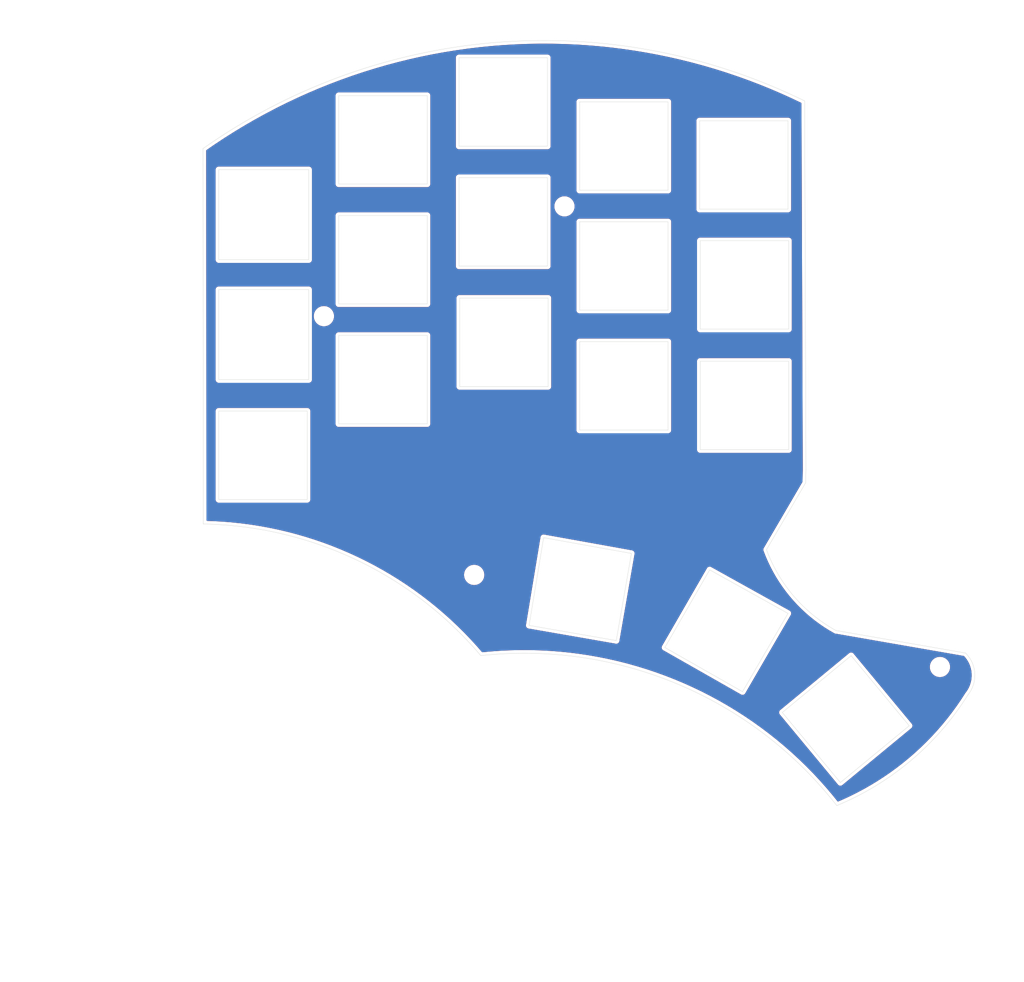
<source format=kicad_pcb>
(kicad_pcb (version 20211014) (generator pcbnew)
  (layers (0 "F.Cu" signal) (31 "B.Cu" signal) (34 "B.Paste" user) (35 "F.Paste" user) (36 "B.SilkS" user "B.Silkscreen") (37 "F.SilkS" user "F.Silkscreen") (38 "B.Mask" user) (39 "F.Mask" user) (44 "Edge.Cuts" user))
  (net 0 "")
  (footprint "MountingHole:MountingHole_2.2mm_M2" (layer "F.Cu") (at 194.46875 141.2875)
    (fp_text reference " " (at 0 -3.2) (layer "F.SilkS"))
    (fp_text value "MountingHole_2.2mm_M2")
    (pad "" np_thru_hole circle locked (at 0 0) (size 2.2 2.2) (drill 2.2) (layers *.Cu *.Mask))
  )
  (footprint "MountingHole:MountingHole_2.2mm_M2" (layer "F.Cu") (at 135 68.3)
    (fp_text reference " " (at 0 -3.2) (layer "F.SilkS"))
    (fp_text value "MountingHole_2.2mm_M2")
    (pad "" np_thru_hole circle locked (at 0 0) (size 2.2 2.2) (drill 2.2) (layers *.Cu *.Mask))
  )
  (footprint "MountingHole:MountingHole_2.2mm_M2" (layer "F.Cu") (at 120.7 126.7)
    (fp_text reference " " (at 0 -3.2) (layer "F.SilkS"))
    (fp_text value "MountingHole_2.2mm_M2")
    (pad "" np_thru_hole circle locked (at 0 0) (size 2.2 2.2) (drill 2.2) (layers *.Cu *.Mask))
  )
  (footprint "MountingHole:MountingHole_2.2mm_M2" (layer "F.Cu") (at 96.9 85.7)
    (fp_text reference " " (at 0 -3.2) (layer "F.SilkS"))
    (fp_text value "MountingHole_2.2mm_M2")
    (pad "" np_thru_hole circle locked (at 0 0) (size 2.2 2.2) (drill 2.2) (layers *.Cu *.Mask))
  )
  (gr_line (start 80.25 76.75) (end 80.25 62.5) (layer "Edge.Cuts") (width 0.05))
  (gr_line (start 80.25 95.75) (end 80.25 81.5) (layer "Edge.Cuts") (width 0.05))
  (gr_line (start 94.5 95.75) (end 94.25 95.75) (layer "Edge.Cuts") (width 0.05))
  (gr_line (start 80.25 114.75) (end 80.25 100.75) (layer "Edge.Cuts") (width 0.05))
  (gr_line (start 80.25 100.75) (end 94.25 100.75) (layer "Edge.Cuts") (width 0.05))
  (gr_line (start 94.25 100.75) (end 94.25 114.75) (layer "Edge.Cuts") (width 0.05))
  (gr_line (start 94.25 114.75) (end 80.25 114.75) (layer "Edge.Cuts") (width 0.05))
  (gr_line (start 170.5 106.85) (end 156.5 106.85) (layer "Edge.Cuts") (width 0.05))
  (gr_line (start 156.5 106.85) (end 156.5 92.85) (layer "Edge.Cuts") (width 0.05))
  (gr_line (start 170.5 92.85) (end 170.5 106.85) (layer "Edge.Cuts") (width 0.05))
  (gr_line (start 156.5 92.85) (end 170.5 92.85) (layer "Edge.Cuts") (width 0.05))
  (gr_line (start 129.4 134.7) (end 143.2 137.1) (layer "Edge.Cuts") (width 0.05))
  (gr_line (start 167 122.7) (end 173.2 112.1) (layer "Edge.Cuts") (width 0.05))
  (gr_line (start 169.5 148.5) (end 178.7 159.6) (layer "Edge.Cuts") (width 0.05))
  (gr_line (start 169.5 148.5) (end 180.4 139.5) (layer "Edge.Cuts") (width 0.05))
  (gr_line (start 173.25 110) (end 173.2 112.1) (layer "Edge.Cuts") (width 0.05))
  (gr_line (start 118.4 96.85) (end 118.4 82.85) (layer "Edge.Cuts") (width 0.05))
  (gr_line (start 180.4 139.5) (end 189.6 150.6) (layer "Edge.Cuts") (width 0.05))
  (gr_line (start 113.25 88.75) (end 113.25 102.75) (layer "Edge.Cuts") (width 0.05))
  (gr_line (start 80.25 81.5) (end 94.25 81.5) (layer "Edge.Cuts") (width 0.05))
  (gr_line (start 143.2 137.1) (end 145.6 123.3) (layer "Edge.Cuts") (width 0.05))
  (gr_line (start 151.4 51.75) (end 151.4 65.75) (layer "Edge.Cuts") (width 0.05))
  (gr_line (start 94.5 81.5) (end 94.5 95.75) (layer "Edge.Cuts") (width 0.05))
  (gr_line (start 156.4 54.75) (end 170.4 54.75) (layer "Edge.Cuts") (width 0.05))
  (gr_line (start 163.2 145.2) (end 170.4 132.8) (layer "Edge.Cuts") (width 0.05))
  (gr_line (start 99.25 69.75) (end 113.25 69.75) (layer "Edge.Cuts") (width 0.05))
  (gr_line (start 132.4 82.85) (end 132.4 96.85) (layer "Edge.Cuts") (width 0.05))
  (gr_line (start 99.25 83.75) (end 99.25 69.75) (layer "Edge.Cuts") (width 0.05))
  (gr_arc (start 77.794796 118.63649) (mid 102.027063 124.312494) (end 121.749255 139.493235) (layer "Edge.Cuts") (width 0.05))
  (gr_line (start 151.4 70.75) (end 151.4 84.75) (layer "Edge.Cuts") (width 0.05))
  (gr_line (start 118.3 58.75) (end 118.3 44.75) (layer "Edge.Cuts") (width 0.05))
  (gr_line (start 151.4 89.75) (end 151.4 103.75) (layer "Edge.Cuts") (width 0.05))
  (gr_line (start 113.25 69.75) (end 113.25 83.75) (layer "Edge.Cuts") (width 0.05))
  (gr_line (start 156.5 73.75) (end 170.5 73.75) (layer "Edge.Cuts") (width 0.05))
  (gr_line (start 113.25 83.75) (end 99.25 83.75) (layer "Edge.Cuts") (width 0.05))
  (gr_line (start 113.25 64.75) (end 99.25 64.75) (layer "Edge.Cuts") (width 0.05))
  (gr_line (start 137.4 65.75) (end 137.4 51.75) (layer "Edge.Cuts") (width 0.05))
  (gr_line (start 94.5 62.5) (end 94.5 76.75) (layer "Edge.Cuts") (width 0.05))
  (gr_line (start 145.6 123.3) (end 131.7 120.8) (layer "Edge.Cuts") (width 0.05))
  (gr_line (start 151.4 84.75) (end 137.4 84.75) (layer "Edge.Cuts") (width 0.05))
  (gr_line (start 132.3 44.75) (end 132.3 58.75) (layer "Edge.Cuts") (width 0.05))
  (gr_arc (start 177.99226 135.506075) (mid 171.342591 130.093193) (end 167 122.7) (layer "Edge.Cuts") (width 0.05))
  (gr_line (start 132.3 77.75) (end 118.3 77.75) (layer "Edge.Cuts") (width 0.05))
  (gr_line (start 137.4 89.75) (end 151.4 89.75) (layer "Edge.Cuts") (width 0.05))
  (gr_line (start 113.25 50.75) (end 113.25 64.75) (layer "Edge.Cuts") (width 0.05))
  (gr_line (start 137.4 70.75) (end 151.4 70.75) (layer "Edge.Cuts") (width 0.05))
  (gr_line (start 77.749541 59.145712) (end 77.794796 118.63649) (layer "Edge.Cuts") (width 0.05))
  (gr_line (start 158 125.9) (end 150.9 138.2) (layer "Edge.Cuts") (width 0.05))
  (gr_line (start 163.2 145.2) (end 150.9 138.2) (layer "Edge.Cuts") (width 0.05))
  (gr_arc (start 198.521567 139.078078) (mid 199.990622 142.316967) (end 198.906839 145.704287) (layer "Edge.Cuts") (width 0.05))
  (gr_line (start 198.521567 139.078078) (end 177.99226 135.506075) (layer "Edge.Cuts") (width 0.05))
  (gr_line (start 113.25 102.75) (end 99.25 102.75) (layer "Edge.Cuts") (width 0.05))
  (gr_arc (start 198.906839 145.704287) (mid 189.88668 156.099484) (end 178.128606 163.252882) (layer "Edge.Cuts") (width 0.05))
  (gr_line (start 99.25 50.75) (end 113.25 50.75) (layer "Edge.Cuts") (width 0.05))
  (gr_line (start 137.4 84.75) (end 137.4 70.75) (layer "Edge.Cuts") (width 0.05))
  (gr_arc (start 77.749541 59.145712) (mid 124.358316 42.307899) (end 173.037499 51.593751) (layer "Edge.Cuts") (width 0.05))
  (gr_line (start 137.4 51.75) (end 151.4 51.75) (layer "Edge.Cuts") (width 0.05))
  (gr_line (start 170.4 54.75) (end 170.4 68.75) (layer "Edge.Cuts") (width 0.05))
  (gr_line (start 131.7 120.8) (end 129.4 134.7) (layer "Edge.Cuts") (width 0.05))
  (gr_line (start 151.4 103.75) (end 137.4 103.75) (layer "Edge.Cuts") (width 0.05))
  (gr_line (start 99.25 64.75) (end 99.25 50.75) (layer "Edge.Cuts") (width 0.05))
  (gr_line (start 132.3 58.75) (end 118.3 58.75) (layer "Edge.Cuts") (width 0.05))
  (gr_line (start 170.5 87.75) (end 156.5 87.75) (layer "Edge.Cuts") (width 0.05))
  (gr_line (start 94.5 76.75) (end 80.25 76.75) (layer "Edge.Cuts") (width 0.05))
  (gr_line (start 156.5 87.75) (end 156.5 73.75) (layer "Edge.Cuts") (width 0.05))
  (gr_line (start 118.3 63.75) (end 132.3 63.75) (layer "Edge.Cuts") (width 0.05))
  (gr_line (start 173.037499 51.593751) (end 173.25 110) (layer "Edge.Cuts") (width 0.05))
  (gr_line (start 118.3 77.75) (end 118.3 63.75) (layer "Edge.Cuts") (width 0.05))
  (gr_line (start 80.25 62.5) (end 94.5 62.5) (layer "Edge.Cuts") (width 0.05))
  (gr_line (start 137.4 103.75) (end 137.4 89.75) (layer "Edge.Cuts") (width 0.05))
  (gr_line (start 118.3 44.75) (end 132.3 44.75) (layer "Edge.Cuts") (width 0.05))
  (gr_line (start 99.25 88.75) (end 113.25 88.75) (layer "Edge.Cuts") (width 0.05))
  (gr_line (start 170.5 73.75) (end 170.5 87.75) (layer "Edge.Cuts") (width 0.05))
  (gr_line (start 170.4 68.75) (end 156.4 68.75) (layer "Edge.Cuts") (width 0.05))
  (gr_line (start 132.3 63.75) (end 132.3 77.75) (layer "Edge.Cuts") (width 0.05))
  (gr_line (start 99.25 102.75) (end 99.25 88.75) (layer "Edge.Cuts") (width 0.05))
  (gr_line (start 178.7 159.6) (end 189.6 150.6) (layer "Edge.Cuts") (width 0.05))
  (gr_line (start 158 125.9) (end 170.4 132.8) (layer "Edge.Cuts") (width 0.05))
  (gr_line (start 151.4 65.75) (end 137.4 65.75) (layer "Edge.Cuts") (width 0.05))
  (gr_line (start 156.4 68.75) (end 156.4 54.75) (layer "Edge.Cuts") (width 0.05))
  (gr_line (start 94.25 95.75) (end 80.25 95.75) (layer "Edge.Cuts") (width 0.05))
  (gr_arc (start 121.749255 139.493235) (mid 153.026625 144.046258) (end 178.128606 163.252882) (layer "Edge.Cuts") (width 0.05))
  (gr_line (start 132.4 96.85) (end 118.4 96.85) (layer "Edge.Cuts") (width 0.05))
  (gr_line (start 118.4 82.85) (end 132.4 82.85) (layer "Edge.Cuts") (width 0.05))
  (gr_line (start 94.25 81.5) (end 94.5 81.5) (layer "Edge.Cuts") (width 0.05))
  (zone (net 0) (net_name "") (layer "F.Cu") (connect_pads (clearance 0.508)) (min_thickness 0.254) (fill yes (thermal_gap 0.508) (thermal_bridge_width 0.508))
    (polygon (pts (xy 201.4 35.8) (xy 200.8 187.4) (xy 49.4 145.6) (xy 69.2 35.6)))
  )
  (zone (net 0) (net_name "") (layer "B.Cu") (connect_pads (clearance 0.508)) (min_thickness 0.254) (fill yes (thermal_gap 0.508) (thermal_bridge_width 0.508))
    (polygon (pts (xy 207.8 191.2) (xy 45.6 159.6) (xy 74.2 37.6) (xy 198.8 37)))
  )
)
</source>
